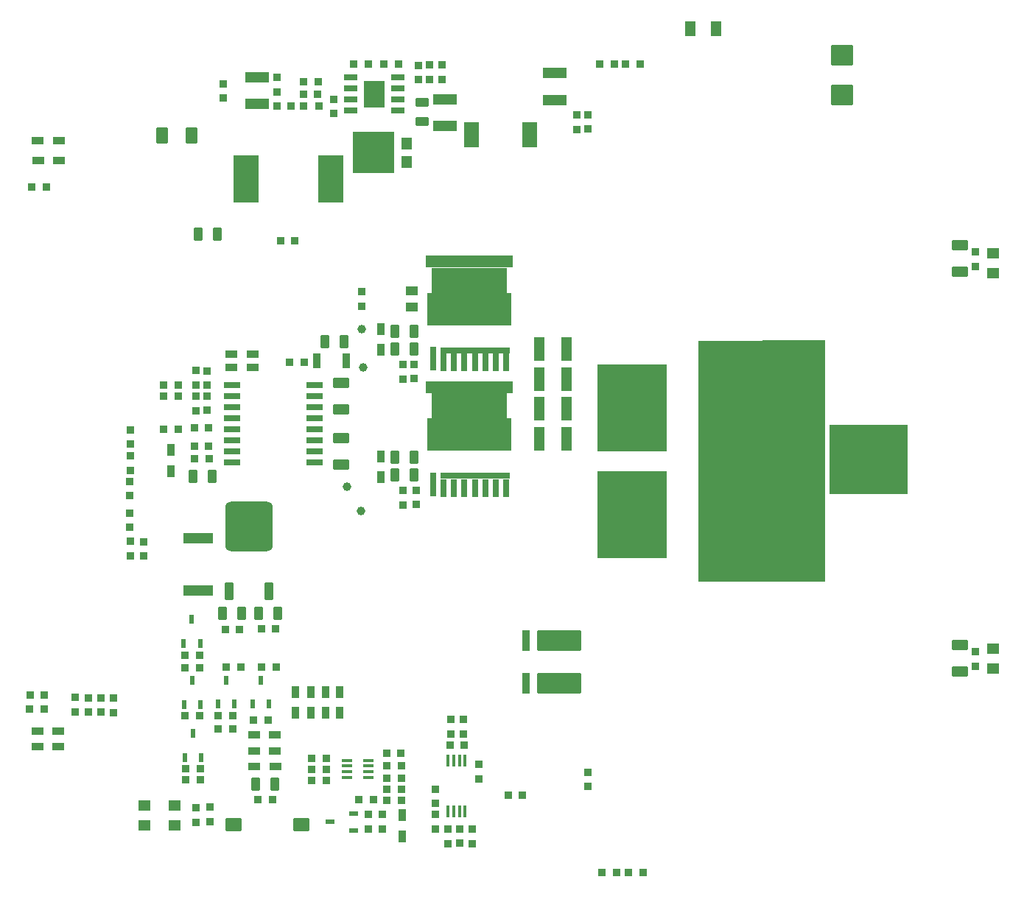
<source format=gtp>
G04*
G04 #@! TF.GenerationSoftware,Altium Limited,Altium Designer,21.3.2 (30)*
G04*
G04 Layer_Color=8421504*
%FSTAX24Y24*%
%MOIN*%
G70*
G04*
G04 #@! TF.SameCoordinates,B67C6306-A56B-4E52-B5C8-3BB335875088*
G04*
G04*
G04 #@! TF.FilePolarity,Positive*
G04*
G01*
G75*
G04:AMPARAMS|DCode=18|XSize=47.2mil|YSize=70.9mil|CornerRadius=4.7mil|HoleSize=0mil|Usage=FLASHONLY|Rotation=270.000|XOffset=0mil|YOffset=0mil|HoleType=Round|Shape=RoundedRectangle|*
%AMROUNDEDRECTD18*
21,1,0.0472,0.0614,0,0,270.0*
21,1,0.0378,0.0709,0,0,270.0*
1,1,0.0094,-0.0307,-0.0189*
1,1,0.0094,-0.0307,0.0189*
1,1,0.0094,0.0307,0.0189*
1,1,0.0094,0.0307,-0.0189*
%
%ADD18ROUNDEDRECTD18*%
%ADD19R,0.0550X0.0500*%
G04:AMPARAMS|DCode=20|XSize=35.4mil|YSize=53.1mil|CornerRadius=1.8mil|HoleSize=0mil|Usage=FLASHONLY|Rotation=0.000|XOffset=0mil|YOffset=0mil|HoleType=Round|Shape=RoundedRectangle|*
%AMROUNDEDRECTD20*
21,1,0.0354,0.0496,0,0,0.0*
21,1,0.0319,0.0531,0,0,0.0*
1,1,0.0035,0.0159,-0.0248*
1,1,0.0035,-0.0159,-0.0248*
1,1,0.0035,-0.0159,0.0248*
1,1,0.0035,0.0159,0.0248*
%
%ADD20ROUNDEDRECTD20*%
G04:AMPARAMS|DCode=21|XSize=35.4mil|YSize=35.4mil|CornerRadius=3.5mil|HoleSize=0mil|Usage=FLASHONLY|Rotation=0.000|XOffset=0mil|YOffset=0mil|HoleType=Round|Shape=RoundedRectangle|*
%AMROUNDEDRECTD21*
21,1,0.0354,0.0283,0,0,0.0*
21,1,0.0283,0.0354,0,0,0.0*
1,1,0.0071,0.0142,-0.0142*
1,1,0.0071,-0.0142,-0.0142*
1,1,0.0071,-0.0142,0.0142*
1,1,0.0071,0.0142,0.0142*
%
%ADD21ROUNDEDRECTD21*%
%ADD22R,0.0236X0.0394*%
G04:AMPARAMS|DCode=23|XSize=39.4mil|YSize=61mil|CornerRadius=3.9mil|HoleSize=0mil|Usage=FLASHONLY|Rotation=180.000|XOffset=0mil|YOffset=0mil|HoleType=Round|Shape=RoundedRectangle|*
%AMROUNDEDRECTD23*
21,1,0.0394,0.0531,0,0,180.0*
21,1,0.0315,0.0610,0,0,180.0*
1,1,0.0079,-0.0157,0.0266*
1,1,0.0079,0.0157,0.0266*
1,1,0.0079,0.0157,-0.0266*
1,1,0.0079,-0.0157,-0.0266*
%
%ADD23ROUNDEDRECTD23*%
%ADD24R,0.3819X0.1457*%
%ADD25R,0.3425X0.1142*%
%ADD26R,0.3976X0.0551*%
%ADD27R,0.3150X0.0315*%
%ADD28R,0.0315X0.0787*%
%ADD29R,0.0315X0.1102*%
G04:AMPARAMS|DCode=30|XSize=35.4mil|YSize=35.4mil|CornerRadius=3.5mil|HoleSize=0mil|Usage=FLASHONLY|Rotation=90.000|XOffset=0mil|YOffset=0mil|HoleType=Round|Shape=RoundedRectangle|*
%AMROUNDEDRECTD30*
21,1,0.0354,0.0283,0,0,90.0*
21,1,0.0283,0.0354,0,0,90.0*
1,1,0.0071,0.0142,0.0142*
1,1,0.0071,0.0142,-0.0142*
1,1,0.0071,-0.0142,-0.0142*
1,1,0.0071,-0.0142,0.0142*
%
%ADD30ROUNDEDRECTD30*%
G04:AMPARAMS|DCode=31|XSize=39.4mil|YSize=55.1mil|CornerRadius=2mil|HoleSize=0mil|Usage=FLASHONLY|Rotation=270.000|XOffset=0mil|YOffset=0mil|HoleType=Round|Shape=RoundedRectangle|*
%AMROUNDEDRECTD31*
21,1,0.0394,0.0512,0,0,270.0*
21,1,0.0354,0.0551,0,0,270.0*
1,1,0.0039,-0.0256,-0.0177*
1,1,0.0039,-0.0256,0.0177*
1,1,0.0039,0.0256,0.0177*
1,1,0.0039,0.0256,-0.0177*
%
%ADD31ROUNDEDRECTD31*%
%ADD32C,0.0394*%
G04:AMPARAMS|DCode=33|XSize=35.4mil|YSize=53.1mil|CornerRadius=1.8mil|HoleSize=0mil|Usage=FLASHONLY|Rotation=270.000|XOffset=0mil|YOffset=0mil|HoleType=Round|Shape=RoundedRectangle|*
%AMROUNDEDRECTD33*
21,1,0.0354,0.0496,0,0,270.0*
21,1,0.0319,0.0531,0,0,270.0*
1,1,0.0035,-0.0248,-0.0159*
1,1,0.0035,-0.0248,0.0159*
1,1,0.0035,0.0248,0.0159*
1,1,0.0035,0.0248,-0.0159*
%
%ADD33ROUNDEDRECTD33*%
G04:AMPARAMS|DCode=34|XSize=39.4mil|YSize=78.7mil|CornerRadius=4.9mil|HoleSize=0mil|Usage=FLASHONLY|Rotation=0.000|XOffset=0mil|YOffset=0mil|HoleType=Round|Shape=RoundedRectangle|*
%AMROUNDEDRECTD34*
21,1,0.0394,0.0689,0,0,0.0*
21,1,0.0295,0.0787,0,0,0.0*
1,1,0.0098,0.0148,-0.0344*
1,1,0.0098,-0.0148,-0.0344*
1,1,0.0098,-0.0148,0.0344*
1,1,0.0098,0.0148,0.0344*
%
%ADD34ROUNDEDRECTD34*%
G04:AMPARAMS|DCode=35|XSize=216.5mil|YSize=224.4mil|CornerRadius=27.1mil|HoleSize=0mil|Usage=FLASHONLY|Rotation=0.000|XOffset=0mil|YOffset=0mil|HoleType=Round|Shape=RoundedRectangle|*
%AMROUNDEDRECTD35*
21,1,0.2165,0.1703,0,0,0.0*
21,1,0.1624,0.2244,0,0,0.0*
1,1,0.0541,0.0812,-0.0851*
1,1,0.0541,-0.0812,-0.0851*
1,1,0.0541,-0.0812,0.0851*
1,1,0.0541,0.0812,0.0851*
%
%ADD35ROUNDEDRECTD35*%
%ADD36R,0.1319X0.0492*%
G04:AMPARAMS|DCode=37|XSize=70.9mil|YSize=59.1mil|CornerRadius=3mil|HoleSize=0mil|Usage=FLASHONLY|Rotation=0.000|XOffset=0mil|YOffset=0mil|HoleType=Round|Shape=RoundedRectangle|*
%AMROUNDEDRECTD37*
21,1,0.0709,0.0531,0,0,0.0*
21,1,0.0650,0.0591,0,0,0.0*
1,1,0.0059,0.0325,-0.0266*
1,1,0.0059,-0.0325,-0.0266*
1,1,0.0059,-0.0325,0.0266*
1,1,0.0059,0.0325,0.0266*
%
%ADD37ROUNDEDRECTD37*%
%ADD38R,0.0394X0.0236*%
G04:AMPARAMS|DCode=39|XSize=51.2mil|YSize=70.9mil|CornerRadius=2.6mil|HoleSize=0mil|Usage=FLASHONLY|Rotation=180.000|XOffset=0mil|YOffset=0mil|HoleType=Round|Shape=RoundedRectangle|*
%AMROUNDEDRECTD39*
21,1,0.0512,0.0657,0,0,180.0*
21,1,0.0461,0.0709,0,0,180.0*
1,1,0.0051,-0.0230,0.0329*
1,1,0.0051,0.0230,0.0329*
1,1,0.0051,0.0230,-0.0329*
1,1,0.0051,-0.0230,-0.0329*
%
%ADD39ROUNDEDRECTD39*%
%ADD40R,0.1142X0.2126*%
%ADD41R,0.1102X0.0512*%
%ADD42R,0.1858X0.1890*%
%ADD43R,0.0500X0.0551*%
%ADD44R,0.0600X0.0256*%
%ADD45R,0.0945X0.1220*%
%ADD46R,0.0689X0.1181*%
G04:AMPARAMS|DCode=47|XSize=90.6mil|YSize=102.4mil|CornerRadius=4.5mil|HoleSize=0mil|Usage=FLASHONLY|Rotation=90.000|XOffset=0mil|YOffset=0mil|HoleType=Round|Shape=RoundedRectangle|*
%AMROUNDEDRECTD47*
21,1,0.0906,0.0933,0,0,90.0*
21,1,0.0815,0.1024,0,0,90.0*
1,1,0.0091,0.0467,0.0407*
1,1,0.0091,0.0467,-0.0407*
1,1,0.0091,-0.0467,-0.0407*
1,1,0.0091,-0.0467,0.0407*
%
%ADD47ROUNDEDRECTD47*%
%ADD48R,0.0472X0.0709*%
G04:AMPARAMS|DCode=49|XSize=39.4mil|YSize=61mil|CornerRadius=3.9mil|HoleSize=0mil|Usage=FLASHONLY|Rotation=90.000|XOffset=0mil|YOffset=0mil|HoleType=Round|Shape=RoundedRectangle|*
%AMROUNDEDRECTD49*
21,1,0.0394,0.0531,0,0,90.0*
21,1,0.0315,0.0610,0,0,90.0*
1,1,0.0079,0.0266,0.0157*
1,1,0.0079,0.0266,-0.0157*
1,1,0.0079,-0.0266,-0.0157*
1,1,0.0079,-0.0266,0.0157*
%
%ADD49ROUNDEDRECTD49*%
%ADD50R,0.3150X0.3937*%
%ADD51R,0.3543X0.3150*%
%ADD52R,0.0177X0.0581*%
G04:AMPARAMS|DCode=53|XSize=196.9mil|YSize=96.5mil|CornerRadius=4.8mil|HoleSize=0mil|Usage=FLASHONLY|Rotation=180.000|XOffset=0mil|YOffset=0mil|HoleType=Round|Shape=RoundedRectangle|*
%AMROUNDEDRECTD53*
21,1,0.1969,0.0868,0,0,180.0*
21,1,0.1872,0.0965,0,0,180.0*
1,1,0.0096,-0.0936,0.0434*
1,1,0.0096,0.0936,0.0434*
1,1,0.0096,0.0936,-0.0434*
1,1,0.0096,-0.0936,-0.0434*
%
%ADD53ROUNDEDRECTD53*%
G04:AMPARAMS|DCode=54|XSize=35.4mil|YSize=96.5mil|CornerRadius=1.8mil|HoleSize=0mil|Usage=FLASHONLY|Rotation=0.000|XOffset=0mil|YOffset=0mil|HoleType=Round|Shape=RoundedRectangle|*
%AMROUNDEDRECTD54*
21,1,0.0354,0.0929,0,0,0.0*
21,1,0.0319,0.0965,0,0,0.0*
1,1,0.0035,0.0159,-0.0465*
1,1,0.0035,-0.0159,-0.0465*
1,1,0.0035,-0.0159,0.0465*
1,1,0.0035,0.0159,0.0465*
%
%ADD54ROUNDEDRECTD54*%
%ADD55R,0.0768X0.0256*%
%ADD56R,0.0512X0.1102*%
%ADD57R,0.0360X0.0709*%
%ADD58R,0.0472X0.0177*%
G36*
X07269Y03231D02*
X06694Y03231D01*
X06696Y04316D01*
Y04323D01*
X07269Y04326D01*
X07269Y03231D01*
D02*
G37*
D18*
X0788Y029441D02*
D03*
Y028259D02*
D03*
X05077Y04131D02*
D03*
Y040129D02*
D03*
Y037635D02*
D03*
Y038816D02*
D03*
X0788Y046359D02*
D03*
Y047541D02*
D03*
D19*
X0803Y0293D02*
D03*
Y0284D02*
D03*
X04325Y0222D02*
D03*
Y0213D02*
D03*
X0419Y02219D02*
D03*
Y02129D02*
D03*
X0803Y04719D02*
D03*
Y04629D02*
D03*
D20*
X05073Y026385D02*
D03*
Y02733D02*
D03*
X05008Y026385D02*
D03*
Y02733D02*
D03*
X04871Y026378D02*
D03*
Y027322D02*
D03*
X04943Y026385D02*
D03*
Y02733D02*
D03*
X0526Y04375D02*
D03*
Y042805D02*
D03*
Y03705D02*
D03*
Y037995D02*
D03*
X04309Y038272D02*
D03*
Y037328D02*
D03*
X05356Y020798D02*
D03*
Y021742D02*
D03*
D21*
X045585Y02847D02*
D03*
X046254D02*
D03*
X045892Y026249D02*
D03*
X045223D02*
D03*
X043706Y026253D02*
D03*
X044375D02*
D03*
X043728Y028971D02*
D03*
X044397D02*
D03*
X043718Y028421D02*
D03*
X044387D02*
D03*
X04619Y03015D02*
D03*
X04556D02*
D03*
X04718Y0302D02*
D03*
X04781D02*
D03*
X04845Y042264D02*
D03*
X04912D02*
D03*
X04275Y04121D02*
D03*
X04342D02*
D03*
X04275Y04071D02*
D03*
X04342D02*
D03*
X04479Y03929D02*
D03*
X04416D02*
D03*
X04275Y03921D02*
D03*
X04342D02*
D03*
X04416Y03846D02*
D03*
X04479D02*
D03*
X044829Y03788D02*
D03*
X04416D02*
D03*
X03735Y0272D02*
D03*
X03672D02*
D03*
X03735Y02655D02*
D03*
X036681D02*
D03*
X043745Y02384D02*
D03*
X044414D02*
D03*
X043745Y02334D02*
D03*
X044414D02*
D03*
X045879Y02564D02*
D03*
X04521D02*
D03*
X046811Y02606D02*
D03*
X04748D02*
D03*
X047021Y02245D02*
D03*
X04769D02*
D03*
X049441Y02432D02*
D03*
X05011D02*
D03*
X050115Y02382D02*
D03*
X049446D02*
D03*
X050115Y02332D02*
D03*
X049446D02*
D03*
X05157Y02245D02*
D03*
X052239D02*
D03*
X052835Y02293D02*
D03*
X053504D02*
D03*
X052835Y02343D02*
D03*
X053504D02*
D03*
X053505Y02399D02*
D03*
X052836D02*
D03*
X05349Y02456D02*
D03*
X05286D02*
D03*
X05898Y02265D02*
D03*
X05835D02*
D03*
X062581Y01915D02*
D03*
X06325D02*
D03*
X063781D02*
D03*
X06445D02*
D03*
X03677Y0502D02*
D03*
X037439D02*
D03*
X04853Y05385D02*
D03*
X0479D02*
D03*
X0491D02*
D03*
X049769D02*
D03*
X0491Y0544D02*
D03*
X04973D02*
D03*
X04975Y05495D02*
D03*
X049081D02*
D03*
X052019Y05575D02*
D03*
X05135D02*
D03*
X052731D02*
D03*
X0534D02*
D03*
X052835Y02243D02*
D03*
X053504D02*
D03*
X047185Y02847D02*
D03*
X047854D02*
D03*
X06365Y05575D02*
D03*
X064319D02*
D03*
X06315D02*
D03*
X062481D02*
D03*
X04867Y04774D02*
D03*
X04804D02*
D03*
X05634Y02492D02*
D03*
X05571D02*
D03*
D22*
X047154Y027861D02*
D03*
X047528Y026779D02*
D03*
X04678D02*
D03*
X045585Y027861D02*
D03*
X045959Y026779D02*
D03*
X045211D02*
D03*
X04409Y025441D02*
D03*
X044464Y024359D02*
D03*
X043716D02*
D03*
X044056Y027853D02*
D03*
X04443Y02677D02*
D03*
X043682D02*
D03*
X043654Y02953D02*
D03*
X044402D02*
D03*
X044028Y030613D02*
D03*
D23*
X04541Y0309D02*
D03*
X046276D02*
D03*
X04791D02*
D03*
X047044D02*
D03*
X050926Y04319D02*
D03*
X05006D02*
D03*
X0541Y04365D02*
D03*
X053234D02*
D03*
Y04285D02*
D03*
X0541D02*
D03*
X053234Y03795D02*
D03*
X0541D02*
D03*
X053234Y03715D02*
D03*
X0541D02*
D03*
X044084Y0371D02*
D03*
X04495D02*
D03*
X04777Y02315D02*
D03*
X046904D02*
D03*
X045196Y04805D02*
D03*
X04433D02*
D03*
D24*
X0566Y04467D02*
D03*
Y038988D02*
D03*
D25*
Y045969D02*
D03*
Y040287D02*
D03*
D26*
Y046816D02*
D03*
Y041133D02*
D03*
D27*
X056836Y0428D02*
D03*
Y037118D02*
D03*
D28*
X058254Y042249D02*
D03*
X057781D02*
D03*
X057309D02*
D03*
X056836D02*
D03*
X056364D02*
D03*
X055891D02*
D03*
X055419D02*
D03*
Y036567D02*
D03*
X055891D02*
D03*
X056364D02*
D03*
X056836D02*
D03*
X057309D02*
D03*
X057781D02*
D03*
X058254D02*
D03*
D29*
X054946Y042406D02*
D03*
Y036724D02*
D03*
D30*
X0541Y04152D02*
D03*
Y04215D02*
D03*
X0536Y041481D02*
D03*
Y04215D02*
D03*
Y035781D02*
D03*
Y03645D02*
D03*
X04472Y04071D02*
D03*
Y04008D02*
D03*
X04422Y040041D02*
D03*
Y04071D02*
D03*
X04124Y03349D02*
D03*
Y034159D02*
D03*
X04185Y03349D02*
D03*
Y03412D02*
D03*
X04123Y03541D02*
D03*
Y03478D02*
D03*
Y03684D02*
D03*
Y03621D02*
D03*
X04124Y037341D02*
D03*
Y03801D02*
D03*
Y03856D02*
D03*
Y03919D02*
D03*
X04049Y026401D02*
D03*
Y02707D02*
D03*
X03992Y02642D02*
D03*
Y02705D02*
D03*
X03934Y02643D02*
D03*
Y02706D02*
D03*
X03875Y027079D02*
D03*
Y02641D02*
D03*
X04423Y0221D02*
D03*
Y021431D02*
D03*
X04485Y02211D02*
D03*
Y021441D02*
D03*
X05202Y02179D02*
D03*
Y021121D02*
D03*
X05265Y02179D02*
D03*
Y021121D02*
D03*
X05672Y02112D02*
D03*
Y020451D02*
D03*
X06195Y02307D02*
D03*
Y0237D02*
D03*
X04546Y05422D02*
D03*
Y05485D02*
D03*
X0479Y0545D02*
D03*
Y055169D02*
D03*
X05045Y05415D02*
D03*
Y05352D02*
D03*
X05535Y055719D02*
D03*
Y05505D02*
D03*
X0548D02*
D03*
Y055719D02*
D03*
X0543Y05568D02*
D03*
Y05505D02*
D03*
X06145Y052781D02*
D03*
Y05345D02*
D03*
X06195D02*
D03*
Y05282D02*
D03*
X0795Y0466D02*
D03*
Y047269D02*
D03*
Y02915D02*
D03*
Y028481D02*
D03*
X04422Y041879D02*
D03*
Y04121D02*
D03*
X05171Y04547D02*
D03*
Y044801D02*
D03*
X0542Y03582D02*
D03*
Y03645D02*
D03*
X05506Y02229D02*
D03*
Y02292D02*
D03*
Y02112D02*
D03*
Y021789D02*
D03*
X05616Y02049D02*
D03*
Y02112D02*
D03*
X05561D02*
D03*
Y020451D02*
D03*
X05631Y026089D02*
D03*
Y02542D02*
D03*
X05576Y026089D02*
D03*
Y02542D02*
D03*
X05701Y023401D02*
D03*
Y02407D02*
D03*
X04472Y04121D02*
D03*
Y04184D02*
D03*
D31*
X054Y04475D02*
D03*
Y045498D02*
D03*
D32*
X05173Y04374D02*
D03*
X0518Y04202D02*
D03*
X05104Y03663D02*
D03*
X05169Y03551D02*
D03*
D33*
X04677Y04261D02*
D03*
X045825D02*
D03*
X04677Y04201D02*
D03*
X045825D02*
D03*
X047782Y02538D02*
D03*
X046838D02*
D03*
X047792Y02465D02*
D03*
X046848D02*
D03*
X047802Y02395D02*
D03*
X046858D02*
D03*
X038012Y0514D02*
D03*
X037068D02*
D03*
X038002Y0523D02*
D03*
X037058D02*
D03*
X037992Y02554D02*
D03*
X037048D02*
D03*
X037055Y02485D02*
D03*
X038D02*
D03*
D34*
X04571Y031893D02*
D03*
X04751Y031893D02*
D03*
D35*
X04661Y034807D02*
D03*
D36*
X04431Y034281D02*
D03*
Y031919D02*
D03*
D37*
X048995Y021304D02*
D03*
X045925D02*
D03*
D38*
X050279Y02144D02*
D03*
X051361Y021814D02*
D03*
Y021066D02*
D03*
D39*
X042671Y05252D02*
D03*
X04401D02*
D03*
D40*
X046491Y05055D02*
D03*
X050309D02*
D03*
D41*
X047Y05517D02*
D03*
Y05395D02*
D03*
X06045Y05535D02*
D03*
Y05413D02*
D03*
X0555Y05417D02*
D03*
Y05295D02*
D03*
D42*
X052251Y05174D02*
D03*
D43*
X053749Y051331D02*
D03*
Y052149D02*
D03*
D44*
X05335Y05365D02*
D03*
Y05415D02*
D03*
Y05465D02*
D03*
Y05515D02*
D03*
X051215D02*
D03*
Y05465D02*
D03*
Y05415D02*
D03*
Y05365D02*
D03*
D45*
X052282Y0544D02*
D03*
D46*
X059329Y05255D02*
D03*
X056671D02*
D03*
D47*
X073454Y05617D02*
D03*
Y054359D02*
D03*
D48*
X06775Y05735D02*
D03*
X066569D02*
D03*
D49*
X05445Y054016D02*
D03*
Y05315D02*
D03*
D50*
X06395Y0402D02*
D03*
Y03535D02*
D03*
D51*
X07465Y03785D02*
D03*
D52*
X056394Y021913D02*
D03*
X056138D02*
D03*
X055882D02*
D03*
X055626D02*
D03*
Y024227D02*
D03*
X055882D02*
D03*
X056138D02*
D03*
X056394D02*
D03*
D53*
X06065Y027735D02*
D03*
Y029665D02*
D03*
D54*
X059154D02*
D03*
Y027735D02*
D03*
D55*
X04586Y04121D02*
D03*
Y04071D02*
D03*
Y04021D02*
D03*
Y03971D02*
D03*
Y03921D02*
D03*
Y03871D02*
D03*
Y03821D02*
D03*
Y03771D02*
D03*
X04958D02*
D03*
Y03821D02*
D03*
Y03871D02*
D03*
Y03921D02*
D03*
Y03971D02*
D03*
Y04021D02*
D03*
Y04071D02*
D03*
Y04121D02*
D03*
D56*
X06097Y04285D02*
D03*
X05975D02*
D03*
X06097Y0415D02*
D03*
X05975D02*
D03*
X06097Y04015D02*
D03*
X05975D02*
D03*
X06097Y0388D02*
D03*
X05975D02*
D03*
D57*
X05103Y04231D02*
D03*
X04968D02*
D03*
D58*
X052032Y024234D02*
D03*
Y023978D02*
D03*
Y023722D02*
D03*
Y023466D02*
D03*
X051048D02*
D03*
Y023722D02*
D03*
Y023978D02*
D03*
Y024234D02*
D03*
M02*

</source>
